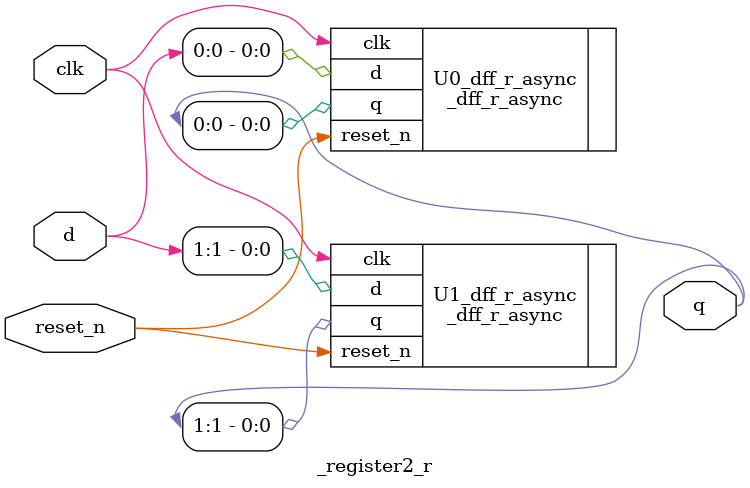
<source format=v>
module _register2_r(clk, reset_n, d, q);
	input clk, reset_n;
	input [1:0] d;
	output [1:0] q;
	
	// instance Asynchronous D flip-flop
	_dff_r_async U0_dff_r_async(.clk(clk), .reset_n(reset_n), .d(d[0]), .q(q[0]));
	_dff_r_async U1_dff_r_async(.clk(clk), .reset_n(reset_n), .d(d[1]), .q(q[1]));
	
endmodule

</source>
